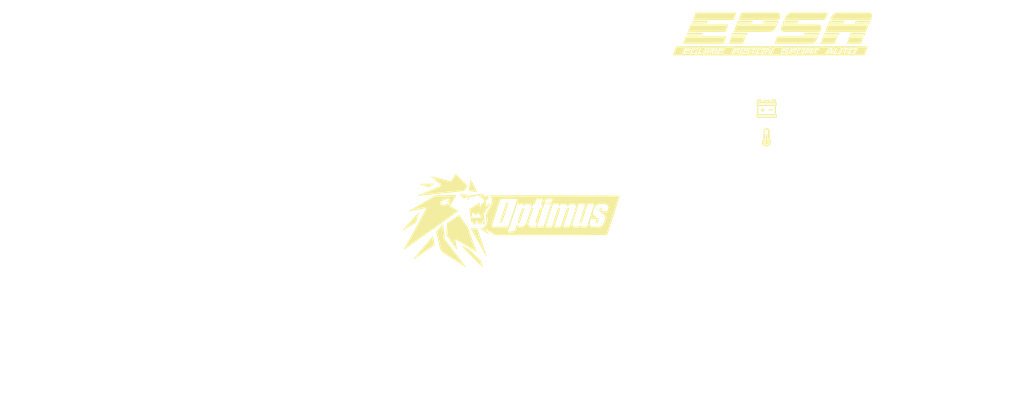
<source format=kicad_pcb>
(kicad_pcb (version 20171130) (host pcbnew "(5.0.1)-3")
  (layers (0 F.Cu signal) (31 B.Cu signal) (34 B.Paste user) (35 F.Paste user) (36 B.SilkS user) (37 F.SilkS user) (38 B.Mask user) (39 F.Mask user) (44 Edge.Cuts user))
  (net 0 "")
  (module ImageTdB:optimus (layer F.Cu) (at 234.95 138.43)
    (fp_text reference G*** hide)
    (fp_text value LOGO hide)
  )
  (module ImageTdB:optimus (layer F.Cu) (at 147.32 213.36)
    (fp_text reference G*** hide)
    (fp_text value LOGO hide)
  )
  (module ImageTdB:epsa (layer F.Cu) (at 350.52 55.88)
    (fp_text reference G*** hide)
    (fp_text value LOGO hide)
  )
  (module ImageTdB:battery (layer F.Cu) (at 347.98 88.9)
    (fp_text reference G*** hide)
    (fp_text value LOGO hide)
  )
  (module ImageTdB:thermo (layer F.Cu) (at 347.98 101.6)
    (fp_text reference G*** hide)
    (fp_text value LOGO hide)
  )
)
</source>
